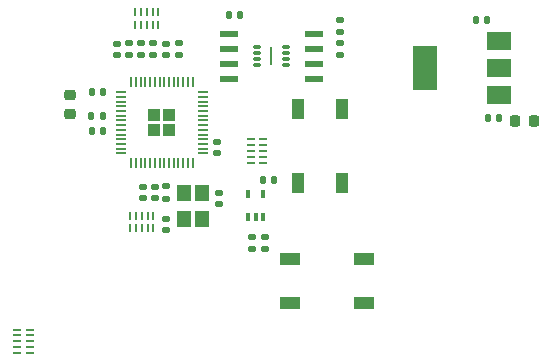
<source format=gbr>
%TF.GenerationSoftware,KiCad,Pcbnew,7.0.9*%
%TF.CreationDate,2023-12-20T17:27:25-07:00*%
%TF.ProjectId,nes_controller_pcb,6e65735f-636f-46e7-9472-6f6c6c65725f,4a*%
%TF.SameCoordinates,Original*%
%TF.FileFunction,Paste,Bot*%
%TF.FilePolarity,Positive*%
%FSLAX46Y46*%
G04 Gerber Fmt 4.6, Leading zero omitted, Abs format (unit mm)*
G04 Created by KiCad (PCBNEW 7.0.9) date 2023-12-20 17:27:25*
%MOMM*%
%LPD*%
G01*
G04 APERTURE LIST*
G04 Aperture macros list*
%AMRoundRect*
0 Rectangle with rounded corners*
0 $1 Rounding radius*
0 $2 $3 $4 $5 $6 $7 $8 $9 X,Y pos of 4 corners*
0 Add a 4 corners polygon primitive as box body*
4,1,4,$2,$3,$4,$5,$6,$7,$8,$9,$2,$3,0*
0 Add four circle primitives for the rounded corners*
1,1,$1+$1,$2,$3*
1,1,$1+$1,$4,$5*
1,1,$1+$1,$6,$7*
1,1,$1+$1,$8,$9*
0 Add four rect primitives between the rounded corners*
20,1,$1+$1,$2,$3,$4,$5,0*
20,1,$1+$1,$4,$5,$6,$7,0*
20,1,$1+$1,$6,$7,$8,$9,0*
20,1,$1+$1,$8,$9,$2,$3,0*%
G04 Aperture macros list end*
%ADD10R,2.000000X1.500000*%
%ADD11R,2.000000X3.800000*%
%ADD12RoundRect,0.140000X0.140000X0.170000X-0.140000X0.170000X-0.140000X-0.170000X0.140000X-0.170000X0*%
%ADD13RoundRect,0.140000X-0.140000X-0.170000X0.140000X-0.170000X0.140000X0.170000X-0.140000X0.170000X0*%
%ADD14O,0.700000X0.200000*%
%ADD15RoundRect,0.135000X-0.185000X0.135000X-0.185000X-0.135000X0.185000X-0.135000X0.185000X0.135000X0*%
%ADD16O,0.200000X0.700000*%
%ADD17R,1.800000X1.100000*%
%ADD18RoundRect,0.135000X-0.135000X-0.185000X0.135000X-0.185000X0.135000X0.185000X-0.135000X0.185000X0*%
%ADD19R,1.100000X1.800000*%
%ADD20RoundRect,0.140000X-0.170000X0.140000X-0.170000X-0.140000X0.170000X-0.140000X0.170000X0.140000X0*%
%ADD21RoundRect,0.140000X0.170000X-0.140000X0.170000X0.140000X-0.170000X0.140000X-0.170000X-0.140000X0*%
%ADD22RoundRect,0.218750X-0.256250X0.218750X-0.256250X-0.218750X0.256250X-0.218750X0.256250X0.218750X0*%
%ADD23RoundRect,0.218750X-0.218750X-0.256250X0.218750X-0.256250X0.218750X0.256250X-0.218750X0.256250X0*%
%ADD24R,0.400000X0.650000*%
%ADD25RoundRect,0.135000X0.185000X-0.135000X0.185000X0.135000X-0.185000X0.135000X-0.185000X-0.135000X0*%
%ADD26R,1.610000X0.580000*%
%ADD27RoundRect,0.075000X0.225000X0.075000X-0.225000X0.075000X-0.225000X-0.075000X0.225000X-0.075000X0*%
%ADD28RoundRect,0.050000X0.050000X0.700000X-0.050000X0.700000X-0.050000X-0.700000X0.050000X-0.700000X0*%
%ADD29R,1.150000X1.400000*%
%ADD30RoundRect,0.250000X0.292217X0.292217X-0.292217X0.292217X-0.292217X-0.292217X0.292217X-0.292217X0*%
%ADD31RoundRect,0.050000X0.387500X0.050000X-0.387500X0.050000X-0.387500X-0.050000X0.387500X-0.050000X0*%
%ADD32RoundRect,0.050000X0.050000X0.387500X-0.050000X0.387500X-0.050000X-0.387500X0.050000X-0.387500X0*%
G04 APERTURE END LIST*
D10*
%TO.C,U3*%
X173090000Y-111710000D03*
X173090000Y-114010000D03*
D11*
X166790000Y-114010000D03*
D10*
X173090000Y-116310000D03*
%TD*%
D12*
%TO.C,C11*%
X139530000Y-119365000D03*
X138570000Y-119365000D03*
%TD*%
D13*
%TO.C,C5*%
X150206681Y-109491286D03*
X151166681Y-109491286D03*
%TD*%
D14*
%TO.C,U2*%
X133330000Y-136135664D03*
X133330000Y-136635664D03*
X133330000Y-137135664D03*
X133330000Y-137635664D03*
X133330000Y-138135664D03*
X132280000Y-138135664D03*
X132280000Y-137635664D03*
X132280000Y-137135664D03*
X132280000Y-136635664D03*
X132280000Y-136135664D03*
%TD*%
D15*
%TO.C,R5*%
X144910000Y-124025000D03*
X144910000Y-125045000D03*
%TD*%
D16*
%TO.C,U5*%
X141810000Y-126510000D03*
X142310000Y-126510000D03*
X142810000Y-126510000D03*
X143310000Y-126510000D03*
X143810000Y-126510000D03*
X143810000Y-127560000D03*
X143310000Y-127560000D03*
X142810000Y-127560000D03*
X142310000Y-127560000D03*
X141810000Y-127560000D03*
%TD*%
D17*
%TO.C,SW6*%
X161600000Y-130150000D03*
X155400000Y-130150000D03*
X161600000Y-133850000D03*
X155400000Y-133850000D03*
%TD*%
D18*
%TO.C,R8*%
X138550000Y-118025000D03*
X139570000Y-118025000D03*
%TD*%
D15*
%TO.C,R7*%
X142730000Y-111885505D03*
X142730000Y-112905505D03*
%TD*%
D12*
%TO.C,C9*%
X139540000Y-116015000D03*
X138580000Y-116015000D03*
%TD*%
D19*
%TO.C,SW8*%
X156050000Y-117500000D03*
X156050000Y-123700000D03*
X159750000Y-117500000D03*
X159750000Y-123700000D03*
%TD*%
D20*
%TO.C,C12*%
X149202500Y-120270505D03*
X149202500Y-121230505D03*
%TD*%
D13*
%TO.C,C2*%
X171110000Y-109890000D03*
X172070000Y-109890000D03*
%TD*%
%TO.C,C15*%
X153090000Y-123490000D03*
X154050000Y-123490000D03*
%TD*%
D21*
%TO.C,C13*%
X144840000Y-112885000D03*
X144840000Y-111925000D03*
%TD*%
D16*
%TO.C,U6*%
X142230000Y-109285000D03*
X142730000Y-109285000D03*
X143230000Y-109285000D03*
X143730000Y-109285000D03*
X144230000Y-109285000D03*
X144230000Y-110335000D03*
X143730000Y-110335000D03*
X143230000Y-110335000D03*
X142730000Y-110335000D03*
X142230000Y-110335000D03*
%TD*%
D15*
%TO.C,R4*%
X159630000Y-109959326D03*
X159630000Y-110979326D03*
%TD*%
D14*
%TO.C,U1*%
X152035000Y-122035000D03*
X152035000Y-121535000D03*
X152035000Y-121035000D03*
X152035000Y-120535000D03*
X152035000Y-120035000D03*
X153085000Y-120035000D03*
X153085000Y-120535000D03*
X153085000Y-121035000D03*
X153085000Y-121535000D03*
X153085000Y-122035000D03*
%TD*%
D15*
%TO.C,R6*%
X143730000Y-111885505D03*
X143730000Y-112905505D03*
%TD*%
D21*
%TO.C,C10*%
X140760000Y-112905000D03*
X140760000Y-111945000D03*
%TD*%
D22*
%TO.C,D2*%
X136705000Y-116270000D03*
X136705000Y-117845000D03*
%TD*%
D23*
%TO.C,D1*%
X174442500Y-118500000D03*
X176017500Y-118500000D03*
%TD*%
D21*
%TO.C,C3*%
X144910000Y-127695000D03*
X144910000Y-126735000D03*
%TD*%
D24*
%TO.C,U8*%
X153100000Y-126600000D03*
X152450000Y-126600000D03*
X151800000Y-126600000D03*
X151800000Y-124700000D03*
X153100000Y-124700000D03*
%TD*%
D25*
%TO.C,R10*%
X153250000Y-129311332D03*
X153250000Y-128291332D03*
%TD*%
D26*
%TO.C,FLASH1*%
X157405821Y-111094125D03*
D27*
X155000821Y-112249125D03*
D26*
X157405821Y-112364125D03*
D27*
X155000821Y-112749125D03*
D26*
X157405821Y-113634125D03*
D27*
X155000821Y-113249125D03*
D26*
X157405821Y-114904125D03*
D27*
X155000821Y-113749125D03*
D28*
X153800821Y-112999125D03*
D27*
X152600821Y-113749125D03*
D26*
X150195821Y-114904125D03*
D27*
X152600821Y-113249125D03*
D26*
X150195821Y-113634125D03*
D27*
X152600821Y-112749125D03*
D26*
X150195821Y-112364125D03*
D27*
X152600821Y-112249125D03*
D26*
X150195821Y-111094125D03*
%TD*%
D29*
%TO.C,Y1*%
X146360000Y-126810000D03*
X146360000Y-124610000D03*
X147960000Y-124610000D03*
X147960000Y-126810000D03*
%TD*%
D20*
%TO.C,C14*%
X143910000Y-124050000D03*
X143910000Y-125010000D03*
%TD*%
D21*
%TO.C,C4*%
X149390000Y-125500000D03*
X149390000Y-124540000D03*
%TD*%
D30*
%TO.C,U4*%
X145162500Y-119268005D03*
X145162500Y-117993005D03*
X143887500Y-119268005D03*
X143887500Y-117993005D03*
D31*
X147962500Y-116030505D03*
X147962500Y-116430505D03*
X147962500Y-116830505D03*
X147962500Y-117230505D03*
X147962500Y-117630505D03*
X147962500Y-118030505D03*
X147962500Y-118430505D03*
X147962500Y-118830505D03*
X147962500Y-119230505D03*
X147962500Y-119630505D03*
X147962500Y-120030505D03*
X147962500Y-120430505D03*
X147962500Y-120830505D03*
X147962500Y-121230505D03*
D32*
X147125000Y-122068005D03*
X146725000Y-122068005D03*
X146325000Y-122068005D03*
X145925000Y-122068005D03*
X145525000Y-122068005D03*
X145125000Y-122068005D03*
X144725000Y-122068005D03*
X144325000Y-122068005D03*
X143925000Y-122068005D03*
X143525000Y-122068005D03*
X143125000Y-122068005D03*
X142725000Y-122068005D03*
X142325000Y-122068005D03*
X141925000Y-122068005D03*
D31*
X141087500Y-121230505D03*
X141087500Y-120830505D03*
X141087500Y-120430505D03*
X141087500Y-120030505D03*
X141087500Y-119630505D03*
X141087500Y-119230505D03*
X141087500Y-118830505D03*
X141087500Y-118430505D03*
X141087500Y-118030505D03*
X141087500Y-117630505D03*
X141087500Y-117230505D03*
X141087500Y-116830505D03*
X141087500Y-116430505D03*
X141087500Y-116030505D03*
D32*
X141925000Y-115193005D03*
X142325000Y-115193005D03*
X142725000Y-115193005D03*
X143125000Y-115193005D03*
X143525000Y-115193005D03*
X143925000Y-115193005D03*
X144325000Y-115193005D03*
X144725000Y-115193005D03*
X145125000Y-115193005D03*
X145525000Y-115193005D03*
X145925000Y-115193005D03*
X146325000Y-115193005D03*
X146725000Y-115193005D03*
X147125000Y-115193005D03*
%TD*%
D21*
%TO.C,C8*%
X141740000Y-112875000D03*
X141740000Y-111915000D03*
%TD*%
D12*
%TO.C,C1*%
X173060000Y-118200000D03*
X172100000Y-118200000D03*
%TD*%
D15*
%TO.C,R3*%
X159630000Y-111890000D03*
X159630000Y-112910000D03*
%TD*%
D25*
%TO.C,R9*%
X152190000Y-129311332D03*
X152190000Y-128291332D03*
%TD*%
D21*
%TO.C,C7*%
X145950000Y-112875000D03*
X145950000Y-111915000D03*
%TD*%
D20*
%TO.C,C6*%
X142930000Y-124060000D03*
X142930000Y-125020000D03*
%TD*%
M02*

</source>
